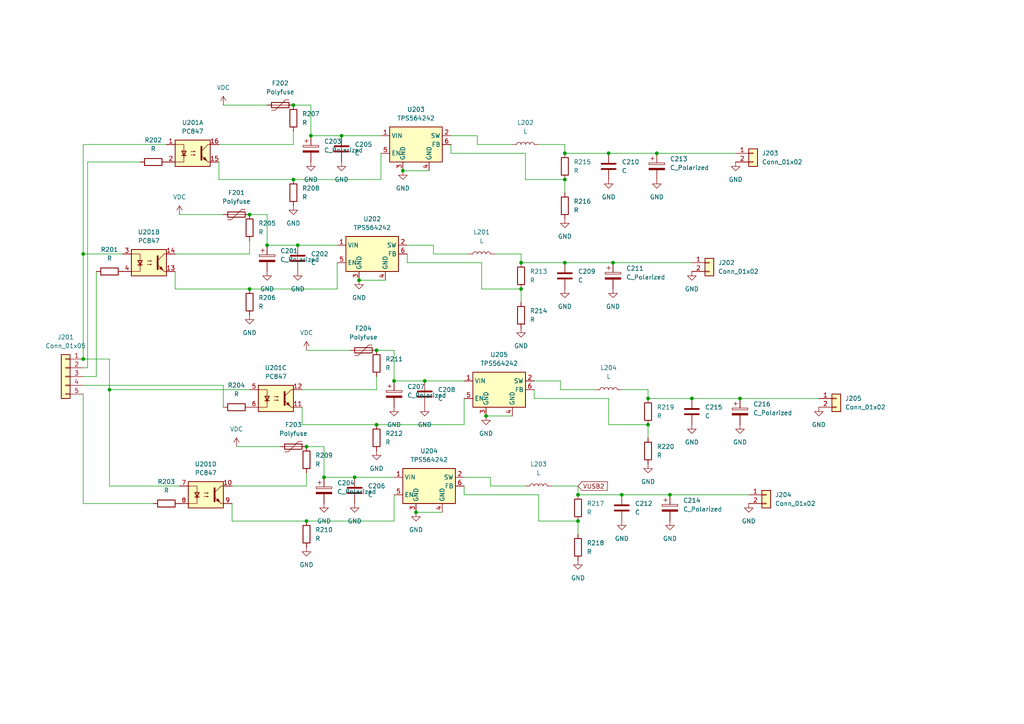
<source format=kicad_sch>
(kicad_sch (version 20211123) (generator eeschema)
  (paper "A4")
  (lib_symbols
    (symbol "Connector_Generic:Conn_01x02" (pin_names (offset 1.016) hide)
      (property "Reference" "J" (at 0 2.54 0))
      (property "Value" "Conn_01x02" (at 0 -5.08 0))
      (symbol "Conn_01x02_1_1"
        (rectangle (start -1.27 -2.413) (end 0 -2.667) (stroke (width 0.1524)))
        (rectangle (start -1.27 0.127) (end 0 -0.127) (stroke (width 0.1524)))
        (rectangle (start -1.27 1.27) (end 1.27 -3.81) (stroke (width 0.254)) (fill (type background)))
        (pin passive line (at -5.08 0 0) (length 3.81) (name "Pin_1") (number "1"))
        (pin passive line (at -5.08 -2.54 0) (length 3.81) (name "Pin_2") (number "2"))
      )
    )
    (symbol "Connector_Generic:Conn_01x05" (pin_names (offset 1.016) hide)
      (property "Reference" "J" (at 0 7.62 0))
      (property "Value" "Conn_01x05" (at 0 -7.62 0))
      (symbol "Conn_01x05_1_1"
        (rectangle (start -1.27 -4.953) (end 0 -5.207) (stroke (width 0.1524)))
        (rectangle (start -1.27 -2.413) (end 0 -2.667) (stroke (width 0.1524)))
        (rectangle (start -1.27 0.127) (end 0 -0.127) (stroke (width 0.1524)))
        (rectangle (start -1.27 2.667) (end 0 2.413) (stroke (width 0.1524)))
        (rectangle (start -1.27 5.207) (end 0 4.953) (stroke (width 0.1524)))
        (rectangle (start -1.27 6.35) (end 1.27 -6.35) (stroke (width 0.254)) (fill (type background)))
        (pin passive line (at -5.08 5.08 0) (length 3.81) (name "Pin_1") (number "1"))
        (pin passive line (at -5.08 2.54 0) (length 3.81) (name "Pin_2") (number "2"))
        (pin passive line (at -5.08 0 0) (length 3.81) (name "Pin_3") (number "3"))
        (pin passive line (at -5.08 -2.54 0) (length 3.81) (name "Pin_4") (number "4"))
        (pin passive line (at -5.08 -5.08 0) (length 3.81) (name "Pin_5") (number "5"))
      )
    )
    (symbol "Device:C" (pin_numbers hide) (pin_names (offset 0.254))
      (property "Reference" "C" (at 0.635 2.54 0))
      (property "Value" "C" (at 0.635 -2.54 0))
      (symbol "C_0_1"
        (polyline (pts (xy -2.032 -0.762) (xy 2.032 -0.762)) (stroke (width 0.508)))
        (polyline (pts (xy -2.032 0.762) (xy 2.032 0.762)) (stroke (width 0.508)))
      )
      (symbol "C_1_1"
        (pin passive line (at 0 3.81 270) (length 2.794) (name "~") (number "1"))
        (pin passive line (at 0 -3.81 90) (length 2.794) (name "~") (number "2"))
      )
    )
    (symbol "Device:C_Polarized" (pin_numbers hide) (pin_names (offset 0.254))
      (property "Reference" "C" (at 0.635 2.54 0))
      (property "Value" "C_Polarized" (at 0.635 -2.54 0))
      (symbol "C_Polarized_0_1"
        (rectangle (start -2.286 0.508) (end 2.286 1.016))
        (polyline (pts (xy -1.778 2.286) (xy -0.762 2.286)))
        (polyline (pts (xy -1.27 2.794) (xy -1.27 1.778)))
        (rectangle (start 2.286 -0.508) (end -2.286 -1.016) (fill (type outline)))
      )
      (symbol "C_Polarized_1_1"
        (pin passive line (at 0 3.81 270) (length 2.794) (name "~") (number "1"))
        (pin passive line (at 0 -3.81 90) (length 2.794) (name "~") (number "2"))
      )
    )
    (symbol "Device:L" (pin_numbers hide) (pin_names (offset 1.016) hide)
      (property "Reference" "L" (at -1.27 0 90))
      (property "Value" "L" (at 1.905 0 90))
      (symbol "L_0_1"
        (arc (start 0 -2.54) (mid 0.635 -1.905) (end 0 -1.27))
        (arc (start 0 -1.27) (mid 0.635 -0.635) (end 0 0))
        (arc (start 0 0) (mid 0.635 0.635) (end 0 1.27))
        (arc (start 0 1.27) (mid 0.635 1.905) (end 0 2.54))
      )
      (symbol "L_1_1"
        (pin passive line (at 0 3.81 270) (length 1.27) (name "1") (number "1"))
        (pin passive line (at 0 -3.81 90) (length 1.27) (name "2") (number "2"))
      )
    )
    (symbol "Device:Polyfuse" (pin_numbers hide) (pin_names (offset 0))
      (property "Reference" "F" (at -2.54 0 90))
      (property "Value" "Polyfuse" (at 2.54 0 90))
      (symbol "Polyfuse_0_1"
        (rectangle (start -0.762 2.54) (end 0.762 -2.54) (stroke (width 0.254)))
        (polyline (pts (xy 0 2.54) (xy 0 -2.54)))
        (polyline (pts (xy -1.524 2.54) (xy -1.524 1.524) (xy 1.524 -1.524) (xy 1.524 -2.54)))
      )
      (symbol "Polyfuse_1_1"
        (pin passive line (at 0 3.81 270) (length 1.27) (name "~") (number "1"))
        (pin passive line (at 0 -3.81 90) (length 1.27) (name "~") (number "2"))
      )
    )
    (symbol "Device:R" (pin_numbers hide) (pin_names (offset 0))
      (property "Reference" "R" (at 2.032 0 90))
      (property "Value" "R" (at 0 0 90))
      (symbol "R_0_1"
        (rectangle (start -1.016 -2.54) (end 1.016 2.54) (stroke (width 0.254)))
      )
      (symbol "R_1_1"
        (pin passive line (at 0 3.81 270) (length 1.27) (name "~") (number "1"))
        (pin passive line (at 0 -3.81 90) (length 1.27) (name "~") (number "2"))
      )
    )
    (symbol "Isolator:PC847" (pin_names (offset 1.016))
      (property "Reference" "U" (at -5.08 5.08 0))
      (property "Value" "PC847" (at 0 5.08 0))
      (symbol "PC847_0_1"
        (rectangle (start -5.08 3.81) (end 5.08 -3.81) (stroke (width 0.254)) (fill (type background)))
        (polyline (pts (xy -3.175 -0.635) (xy -1.905 -0.635)) (stroke (width 0.254)))
        (polyline (pts (xy 2.54 0.635) (xy 4.445 2.54)))
        (polyline (pts (xy 4.445 -2.54) (xy 2.54 -0.635)) (fill (type outline)))
        (polyline (pts (xy 4.445 -2.54) (xy 5.08 -2.54)))
        (polyline (pts (xy 4.445 2.54) (xy 5.08 2.54)))
        (polyline (pts (xy -2.54 -0.635) (xy -2.54 -2.54) (xy -5.08 -2.54)))
        (polyline (pts (xy 2.54 1.905) (xy 2.54 -1.905) (xy 2.54 -1.905)) (stroke (width 0.508)))
        (polyline (pts (xy -5.08 2.54) (xy -2.54 2.54) (xy -2.54 -1.27) (xy -2.54 0.635)))
        (polyline (pts (xy -2.54 -0.635) (xy -3.175 0.635) (xy -1.905 0.635) (xy -2.54 -0.635)) (stroke (width 0.254)))
        (polyline (pts (xy -0.508 -0.508) (xy 0.762 -0.508) (xy 0.381 -0.635) (xy 0.381 -0.381) (xy 0.762 -0.508)))
        (polyline (pts (xy -0.508 0.508) (xy 0.762 0.508) (xy 0.381 0.381) (xy 0.381 0.635) (xy 0.762 0.508)))
        (polyline (pts (xy 3.048 -1.651) (xy 3.556 -1.143) (xy 4.064 -2.159) (xy 3.048 -1.651) (xy 3.048 -1.651)) (fill (type outline)))
      )
      (symbol "PC847_1_1"
        (pin passive line (at -7.62 2.54 0) (length 2.54) (name "~") (number "1"))
        (pin passive line (at 7.62 -2.54 180) (length 2.54) (name "~") (number "15"))
        (pin passive line (at 7.62 2.54 180) (length 2.54) (name "~") (number "16"))
        (pin passive line (at -7.62 -2.54 0) (length 2.54) (name "~") (number "2"))
      )
      (symbol "PC847_2_1"
        (pin passive line (at 7.62 -2.54 180) (length 2.54) (name "~") (number "13"))
        (pin passive line (at 7.62 2.54 180) (length 2.54) (name "~") (number "14"))
        (pin passive line (at -7.62 2.54 0) (length 2.54) (name "~") (number "3"))
        (pin passive line (at -7.62 -2.54 0) (length 2.54) (name "~") (number "4"))
      )
      (symbol "PC847_3_1"
        (pin passive line (at 7.62 -2.54 180) (length 2.54) (name "~") (number "11"))
        (pin passive line (at 7.62 2.54 180) (length 2.54) (name "~") (number "12"))
        (pin passive line (at -7.62 2.54 0) (length 2.54) (name "~") (number "5"))
        (pin passive line (at -7.62 -2.54 0) (length 2.54) (name "~") (number "6"))
      )
      (symbol "PC847_4_1"
        (pin passive line (at 7.62 2.54 180) (length 2.54) (name "~") (number "10"))
        (pin passive line (at -7.62 2.54 0) (length 2.54) (name "~") (number "7"))
        (pin passive line (at -7.62 -2.54 0) (length 2.54) (name "~") (number "8"))
        (pin passive line (at 7.62 -2.54 180) (length 2.54) (name "~") (number "9"))
      )
    )
    (symbol "TPS54302_1"
      (property "Reference" "U?" (at 0 10.16 0))
      (property "Value" "TPS54302_1" (at 0 7.62 0))
      (symbol "TPS54302_1_0_1"
        (rectangle (start -7.62 5.08) (end 7.62 -5.08) (stroke (width 0.254)) (fill (type background)))
      )
      (symbol "TPS54302_1_1_1"
        (pin power_in line (at -10.16 2.54 0) (length 2.54) (name "VIN") (number "1"))
        (pin power_out line (at 10.16 2.54 180) (length 2.54) (name "SW") (number "2"))
        (pin power_in line (at -3.81 -7.62 90) (length 2.54) (name "GND") (number "3"))
        (pin power_in line (at 3.81 -7.62 90) (length 2.54) (name "GND") (number "4"))
        (pin input line (at -10.16 -2.54 0) (length 2.54) (name "EN") (number "5"))
        (pin input line (at 10.16 0 180) (length 2.54) (name "FB") (number "6"))
      )
    )
    (symbol "power:GND" (power) (pin_names (offset 0))
      (property "Value" "GND" (at 0 -3.81 0))
      (symbol "GND_0_1"
        (polyline (pts (xy 0 0) (xy 0 -1.27) (xy 1.27 -1.27) (xy 0 -2.54) (xy -1.27 -1.27) (xy 0 -1.27)))
      )
      (symbol "GND_1_1"
        (pin power_in line (at 0 0 270) (length 0) hide (name "GND") (number "1"))
      )
    )
    (symbol "power:VDC" (power) (pin_names (offset 0))
      (property "Value" "VDC" (at 0 6.35 0))
      (symbol "VDC_0_1"
        (polyline (pts (xy -0.762 1.27) (xy 0 2.54)))
        (polyline (pts (xy 0 0) (xy 0 2.54)))
        (polyline (pts (xy 0 2.54) (xy 0.762 1.27)))
      )
      (symbol "VDC_1_1"
        (pin power_in line (at 0 0 90) (length 0) hide (name "VDC") (number "1"))
      )
    )
  )
  (junction (at 214.63 115.57))
  (junction (at 88.9 151.13))
  (junction (at 120.65 148.59))
  (junction (at 116.84 49.53))
  (junction (at 85.09 52.07))
  (junction (at 102.87 138.43))
  (junction (at 99.06 39.37))
  (junction (at 151.13 83.82))
  (junction (at 109.22 123.19))
  (junction (at 163.83 52.07))
  (junction (at 163.83 44.45))
  (junction (at 176.53 44.45))
  (junction (at 187.96 115.57))
  (junction (at 190.5 44.45))
  (junction (at 109.22 101.6))
  (junction (at 151.13 76.2))
  (junction (at 24.13 104.14))
  (junction (at 85.09 30.48))
  (junction (at 187.96 123.19))
  (junction (at 90.17 39.37))
  (junction (at 31.75 113.03))
  (junction (at 140.97 120.65))
  (junction (at 123.19 110.49))
  (junction (at 72.39 62.23))
  (junction (at 24.13 73.66))
  (junction (at 88.9 129.54))
  (junction (at 77.47 71.12))
  (junction (at 72.39 83.82))
  (junction (at 114.3 110.49))
  (junction (at 163.83 76.2))
  (junction (at 104.14 81.28))
  (junction (at 177.8 76.2))
  (junction (at 93.98 138.43))
  (junction (at 86.36 71.12))
  (junction (at 200.66 115.57))
  (junction (at 167.64 151.13))
  (junction (at 167.64 143.51))
  (junction (at 194.31 143.51))
  (junction (at 180.34 143.51))
  (wire (pts (xy 52.07 140.97) (xy 31.75 140.97)))
  (wire (pts (xy 50.8 83.82) (xy 50.8 78.74)))
  (wire (pts (xy 176.53 115.57) (xy 176.53 123.19)))
  (wire (pts (xy 110.49 52.07) (xy 85.09 52.07)))
  (wire (pts (xy 190.5 44.45) (xy 213.36 44.45)))
  (wire (pts (xy 85.09 41.91) (xy 85.09 38.1)))
  (wire (pts (xy 134.62 138.43) (xy 142.24 138.43)))
  (wire (pts (xy 156.21 151.13) (xy 167.64 151.13)))
  (wire (pts (xy 156.21 143.51) (xy 156.21 151.13)))
  (wire (pts (xy 114.3 143.51) (xy 114.3 151.13)))
  (wire (pts (xy 187.96 123.19) (xy 187.96 127)))
  (wire (pts (xy 151.13 76.2) (xy 151.13 73.66)))
  (wire (pts (xy 31.75 104.14) (xy 24.13 104.14)))
  (wire (pts (xy 27.94 78.74) (xy 27.94 109.22)))
  (wire (pts (xy 176.53 123.19) (xy 187.96 123.19)))
  (wire (pts (xy 24.13 73.66) (xy 24.13 41.91)))
  (wire (pts (xy 109.22 123.19) (xy 134.62 123.19)))
  (wire (pts (xy 77.47 71.12) (xy 77.47 62.23)))
  (wire (pts (xy 167.64 143.51) (xy 167.64 140.97)))
  (wire (pts (xy 85.09 52.07) (xy 63.5 52.07)))
  (wire (pts (xy 68.58 129.54) (xy 81.28 129.54)))
  (wire (pts (xy 162.56 113.03) (xy 172.72 113.03)))
  (wire (pts (xy 88.9 101.6) (xy 101.6 101.6)))
  (wire (pts (xy 50.8 73.66) (xy 72.39 73.66)))
  (wire (pts (xy 88.9 151.13) (xy 67.31 151.13)))
  (wire (pts (xy 97.79 83.82) (xy 72.39 83.82)))
  (wire (pts (xy 102.87 138.43) (xy 114.3 138.43)))
  (wire (pts (xy 31.75 113.03) (xy 72.39 113.03)))
  (wire (pts (xy 163.83 41.91) (xy 156.21 41.91)))
  (wire (pts (xy 31.75 140.97) (xy 31.75 113.03)))
  (wire (pts (xy 123.19 110.49) (xy 134.62 110.49)))
  (wire (pts (xy 24.13 146.05) (xy 44.45 146.05)))
  (wire (pts (xy 67.31 151.13) (xy 67.31 146.05)))
  (wire (pts (xy 167.64 143.51) (xy 180.34 143.51)))
  (wire (pts (xy 25.4 46.99) (xy 25.4 106.68)))
  (wire (pts (xy 139.7 76.2) (xy 139.7 83.82)))
  (wire (pts (xy 125.73 73.66) (xy 135.89 73.66)))
  (wire (pts (xy 72.39 73.66) (xy 72.39 69.85)))
  (wire (pts (xy 154.94 115.57) (xy 176.53 115.57)))
  (wire (pts (xy 154.94 110.49) (xy 162.56 110.49)))
  (wire (pts (xy 180.34 143.51) (xy 194.31 143.51)))
  (wire (pts (xy 167.64 140.97) (xy 160.02 140.97)))
  (wire (pts (xy 152.4 52.07) (xy 163.83 52.07)))
  (wire (pts (xy 134.62 115.57) (xy 134.62 123.19)))
  (wire (pts (xy 63.5 41.91) (xy 85.09 41.91)))
  (wire (pts (xy 163.83 52.07) (xy 163.83 55.88)))
  (wire (pts (xy 67.31 140.97) (xy 88.9 140.97)))
  (wire (pts (xy 99.06 39.37) (xy 110.49 39.37)))
  (wire (pts (xy 31.75 113.03) (xy 31.75 104.14)))
  (wire (pts (xy 138.43 39.37) (xy 138.43 41.91)))
  (wire (pts (xy 86.36 71.12) (xy 97.79 71.12)))
  (wire (pts (xy 167.64 151.13) (xy 167.64 154.94)))
  (wire (pts (xy 114.3 151.13) (xy 88.9 151.13)))
  (wire (pts (xy 138.43 41.91) (xy 148.59 41.91)))
  (wire (pts (xy 90.17 39.37) (xy 90.17 30.48)))
  (wire (pts (xy 77.47 71.12) (xy 86.36 71.12)))
  (wire (pts (xy 110.49 44.45) (xy 110.49 52.07)))
  (wire (pts (xy 90.17 30.48) (xy 85.09 30.48)))
  (wire (pts (xy 87.63 123.19) (xy 87.63 118.11)))
  (wire (pts (xy 27.94 109.22) (xy 24.13 109.22)))
  (wire (pts (xy 24.13 111.76) (xy 64.77 111.76)))
  (wire (pts (xy 109.22 113.03) (xy 109.22 109.22)))
  (wire (pts (xy 104.14 81.28) (xy 111.76 81.28)))
  (wire (pts (xy 93.98 129.54) (xy 88.9 129.54)))
  (wire (pts (xy 200.66 115.57) (xy 214.63 115.57)))
  (wire (pts (xy 142.24 138.43) (xy 142.24 140.97)))
  (wire (pts (xy 151.13 76.2) (xy 163.83 76.2)))
  (wire (pts (xy 97.79 76.2) (xy 97.79 83.82)))
  (wire (pts (xy 214.63 115.57) (xy 237.49 115.57)))
  (wire (pts (xy 40.64 46.99) (xy 25.4 46.99)))
  (wire (pts (xy 24.13 104.14) (xy 24.13 73.66)))
  (wire (pts (xy 116.84 49.53) (xy 124.46 49.53)))
  (wire (pts (xy 139.7 83.82) (xy 151.13 83.82)))
  (wire (pts (xy 93.98 138.43) (xy 102.87 138.43)))
  (wire (pts (xy 64.77 30.48) (xy 77.47 30.48)))
  (wire (pts (xy 163.83 76.2) (xy 177.8 76.2)))
  (wire (pts (xy 151.13 83.82) (xy 151.13 87.63)))
  (wire (pts (xy 24.13 73.66) (xy 35.56 73.66)))
  (wire (pts (xy 118.11 73.66) (xy 118.11 76.2)))
  (wire (pts (xy 163.83 44.45) (xy 176.53 44.45)))
  (wire (pts (xy 142.24 140.97) (xy 152.4 140.97)))
  (wire (pts (xy 114.3 110.49) (xy 123.19 110.49)))
  (wire (pts (xy 130.81 39.37) (xy 138.43 39.37)))
  (wire (pts (xy 125.73 71.12) (xy 125.73 73.66)))
  (wire (pts (xy 151.13 73.66) (xy 143.51 73.66)))
  (wire (pts (xy 109.22 123.19) (xy 87.63 123.19)))
  (wire (pts (xy 63.5 52.07) (xy 63.5 46.99)))
  (wire (pts (xy 187.96 115.57) (xy 200.66 115.57)))
  (wire (pts (xy 130.81 44.45) (xy 152.4 44.45)))
  (wire (pts (xy 114.3 101.6) (xy 109.22 101.6)))
  (wire (pts (xy 187.96 113.03) (xy 180.34 113.03)))
  (wire (pts (xy 134.62 140.97) (xy 134.62 143.51)))
  (wire (pts (xy 25.4 106.68) (xy 24.13 106.68)))
  (wire (pts (xy 118.11 76.2) (xy 139.7 76.2)))
  (wire (pts (xy 72.39 83.82) (xy 50.8 83.82)))
  (wire (pts (xy 88.9 140.97) (xy 88.9 137.16)))
  (wire (pts (xy 77.47 62.23) (xy 72.39 62.23)))
  (wire (pts (xy 134.62 143.51) (xy 156.21 143.51)))
  (wire (pts (xy 114.3 110.49) (xy 114.3 101.6)))
  (wire (pts (xy 120.65 148.59) (xy 128.27 148.59)))
  (wire (pts (xy 64.77 111.76) (xy 64.77 118.11)))
  (wire (pts (xy 140.97 120.65) (xy 148.59 120.65)))
  (wire (pts (xy 52.07 62.23) (xy 64.77 62.23)))
  (wire (pts (xy 162.56 110.49) (xy 162.56 113.03)))
  (wire (pts (xy 24.13 114.3) (xy 24.13 146.05)))
  (wire (pts (xy 118.11 71.12) (xy 125.73 71.12)))
  (wire (pts (xy 130.81 41.91) (xy 130.81 44.45)))
  (wire (pts (xy 154.94 113.03) (xy 154.94 115.57)))
  (wire (pts (xy 93.98 138.43) (xy 93.98 129.54)))
  (wire (pts (xy 152.4 44.45) (xy 152.4 52.07)))
  (wire (pts (xy 187.96 115.57) (xy 187.96 113.03)))
  (wire (pts (xy 90.17 39.37) (xy 99.06 39.37)))
  (wire (pts (xy 194.31 143.51) (xy 217.17 143.51)))
  (wire (pts (xy 177.8 76.2) (xy 200.66 76.2)))
  (wire (pts (xy 163.83 44.45) (xy 163.83 41.91)))
  (wire (pts (xy 176.53 44.45) (xy 190.5 44.45)))
  (wire (pts (xy 87.63 113.03) (xy 109.22 113.03)))
  (wire (pts (xy 24.13 41.91) (xy 48.26 41.91)))
  (global_label "VUSB2" (shape input) (at 167.64 140.97 0) (property "Intersheet References" "${INTERSHEET_REFS}" (effects hide)))
  (symbol (lib_id "Device:C") (at 180.34 147.32 0) (unit 1)
    (property "Reference" "C212" (at 184.15 146.0499 0) (effects (justify left)))
    (property "Value" "C" (at 184.15 148.5899 0) (effects (justify left)))
    (property "Footprint" "Capacitor_SMD:C_0805_2012Metric" (effects hide))
  )
  (symbol (lib_id "power:VDC") (at 64.77 30.48 0) (unit 1)
    (property "Reference" "#PWR0132" (effects hide))
    (property "Value" "VDC" (at 64.77 25.4 0))
  )
  (symbol (lib_name "TPS54302_1") (lib_id "Regulator_Switching:TPS54302") (at 120.65 41.91 0) (unit 1)
    (property "Reference" "U203" (at 120.65 31.75 0))
    (property "Value" "TPS564242" (at 120.65 34.29 0))
    (property "Footprint" "Library:SOT-563_smallpads" (effects hide))
    (property "Datasheet" "http://www.ti.com/lit/ds/symlink/tps54302.pdf" (effects hide))
  )
  (symbol (lib_id "Device:C_Polarized") (at 177.8 80.01 0) (unit 1)
    (property "Reference" "C211" (at 181.61 77.8509 0) (effects (justify left)))
    (property "Value" "C_Polarized" (at 181.61 80.3909 0) (effects (justify left)))
    (property "Footprint" "Capacitor_THT:CP_Radial_D8.0mm_P3.50mm" (effects hide))
  )
  (symbol (lib_id "Connector_Generic:Conn_01x02") (at 242.57 115.57 0) (unit 1)
    (property "Reference" "J205" (at 245.11 115.5699 0) (effects (justify left)))
    (property "Value" "Conn_01x02" (at 245.11 118.1099 0) (effects (justify left)))
    (property "Footprint" "TerminalBlock:TerminalBlock_bornier-2_P5.08mm" (effects hide))
  )
  (symbol (lib_id "Device:Polyfuse") (at 85.09 129.54 90) (unit 1)
    (property "Reference" "F203" (at 85.09 123.19 90))
    (property "Value" "Polyfuse" (at 85.09 125.73 90))
    (property "Footprint" "Fuse:Fuse_Bourns_MF-RG800" (effects hide))
  )
  (symbol (lib_id "power:GND") (at 85.09 59.69 0) (unit 1)
    (property "Reference" "#PWR0133" (effects hide))
    (property "Value" "GND" (at 85.09 64.77 0))
  )
  (symbol (lib_id "Device:C_Polarized") (at 194.31 147.32 0) (unit 1)
    (property "Reference" "C214" (at 198.12 145.1609 0) (effects (justify left)))
    (property "Value" "C_Polarized" (at 198.12 147.7009 0) (effects (justify left)))
    (property "Footprint" "Capacitor_THT:CP_Radial_D8.0mm_P3.50mm" (effects hide))
  )
  (symbol (lib_name "TPS54302_1") (lib_id "Regulator_Switching:TPS54302") (at 107.95 73.66 0) (unit 1)
    (property "Reference" "U202" (at 107.95 63.5 0))
    (property "Value" "TPS564242" (at 107.95 66.04 0))
    (property "Footprint" "Library:SOT-563_smallpads" (effects hide))
    (property "Datasheet" "http://www.ti.com/lit/ds/symlink/tps54302.pdf" (effects hide))
  )
  (symbol (lib_id "Device:R") (at 85.09 34.29 0) (unit 1)
    (property "Reference" "R207" (at 87.63 33.0199 0) (effects (justify left)))
    (property "Value" "R" (at 87.63 35.5599 0) (effects (justify left)))
    (property "Footprint" "Resistor_SMD:R_0603_1608Metric" (effects hide))
  )
  (symbol (lib_id "Device:Polyfuse") (at 105.41 101.6 90) (unit 1)
    (property "Reference" "F204" (at 105.41 95.25 90))
    (property "Value" "Polyfuse" (at 105.41 97.79 90))
    (property "Footprint" "Fuse:Fuse_Bourns_MF-RG800" (effects hide))
  )
  (symbol (lib_id "power:GND") (at 86.36 78.74 0) (unit 1)
    (property "Reference" "#PWR0136" (effects hide))
    (property "Value" "GND" (at 86.36 83.82 0))
  )
  (symbol (lib_id "Device:R") (at 163.83 59.69 0) (unit 1)
    (property "Reference" "R216" (at 166.37 58.4199 0) (effects (justify left)))
    (property "Value" "R" (at 166.37 60.9599 0) (effects (justify left)))
    (property "Footprint" "Resistor_SMD:R_0603_1608Metric" (effects hide))
  )
  (symbol (lib_id "Device:R") (at 167.64 158.75 0) (unit 1)
    (property "Reference" "R218" (at 170.18 157.4799 0) (effects (justify left)))
    (property "Value" "R" (at 170.18 160.0199 0) (effects (justify left)))
    (property "Footprint" "Resistor_SMD:R_0603_1608Metric" (effects hide))
  )
  (symbol (lib_id "Device:Polyfuse") (at 68.58 62.23 90) (unit 1)
    (property "Reference" "F201" (at 68.58 55.88 90))
    (property "Value" "Polyfuse" (at 68.58 58.42 90))
    (property "Footprint" "Fuse:Fuse_Bourns_MF-RG800" (effects hide))
  )
  (symbol (lib_id "power:GND") (at 237.49 118.11 0) (unit 1)
    (property "Reference" "#PWR0119" (effects hide))
    (property "Value" "GND" (at 237.49 123.19 0))
  )
  (symbol (lib_id "Device:R") (at 48.26 146.05 90) (unit 1)
    (property "Reference" "R203" (at 48.26 139.7 90))
    (property "Value" "R" (at 48.26 142.24 90))
    (property "Footprint" "Resistor_SMD:R_0603_1608Metric" (effects hide))
  )
  (symbol (lib_id "power:GND") (at 123.19 118.11 0) (unit 1)
    (property "Reference" "#PWR0114" (effects hide))
    (property "Value" "GND" (at 123.19 123.19 0))
  )
  (symbol (lib_id "Device:R") (at 151.13 91.44 0) (unit 1)
    (property "Reference" "R214" (at 153.67 90.1699 0) (effects (justify left)))
    (property "Value" "R" (at 153.67 92.7099 0) (effects (justify left)))
    (property "Footprint" "Resistor_SMD:R_0603_1608Metric" (effects hide))
  )
  (symbol (lib_id "power:GND") (at 151.13 95.25 0) (unit 1)
    (property "Reference" "#PWR0116" (effects hide))
    (property "Value" "GND" (at 151.13 100.33 0))
  )
  (symbol (lib_id "power:GND") (at 176.53 52.07 0) (unit 1)
    (property "Reference" "#PWR0121" (effects hide))
    (property "Value" "GND" (at 176.53 57.15 0))
  )
  (symbol (lib_id "Device:R") (at 167.64 147.32 0) (unit 1)
    (property "Reference" "R217" (at 170.18 146.0499 0) (effects (justify left)))
    (property "Value" "R" (at 170.18 148.5899 0) (effects (justify left)))
    (property "Footprint" "Resistor_SMD:R_0603_1608Metric" (effects hide))
  )
  (symbol (lib_id "Device:L") (at 152.4 41.91 90) (unit 1)
    (property "Reference" "L202" (at 152.4 35.56 90))
    (property "Value" "L" (at 152.4 38.1 90))
    (property "Footprint" "Inductor_THT:L_Radial_D10.0mm_P5.00mm_Fastron_07M" (effects hide))
  )
  (symbol (lib_id "Device:C") (at 102.87 142.24 0) (unit 1)
    (property "Reference" "C206" (at 106.68 140.9699 0) (effects (justify left)))
    (property "Value" "C" (at 106.68 143.5099 0) (effects (justify left)))
    (property "Footprint" "Capacitor_SMD:C_0805_2012Metric" (effects hide))
  )
  (symbol (lib_id "power:GND") (at 177.8 83.82 0) (unit 1)
    (property "Reference" "#PWR0124" (effects hide))
    (property "Value" "GND" (at 177.8 88.9 0))
  )
  (symbol (lib_id "Device:L") (at 156.21 140.97 90) (unit 1)
    (property "Reference" "L203" (at 156.21 134.62 90))
    (property "Value" "L" (at 156.21 137.16 90))
    (property "Footprint" "Inductor_THT:L_Radial_D10.0mm_P5.00mm_Fastron_07M" (effects hide))
  )
  (symbol (lib_id "power:GND") (at 200.66 78.74 0) (unit 1)
    (property "Reference" "#PWR0120" (effects hide))
    (property "Value" "GND" (at 200.66 83.82 0))
  )
  (symbol (lib_id "Device:C_Polarized") (at 114.3 114.3 0) (unit 1)
    (property "Reference" "C207" (at 118.11 112.1409 0) (effects (justify left)))
    (property "Value" "C_Polarized" (at 118.11 114.6809 0) (effects (justify left)))
    (property "Footprint" "Capacitor_THT:CP_Radial_D8.0mm_P3.50mm" (effects hide))
  )
  (symbol (lib_id "Device:R") (at 109.22 105.41 0) (unit 1)
    (property "Reference" "R211" (at 111.76 104.1399 0) (effects (justify left)))
    (property "Value" "R" (at 111.76 106.6799 0) (effects (justify left)))
    (property "Footprint" "Resistor_SMD:R_0603_1608Metric" (effects hide))
  )
  (symbol (lib_id "Device:R") (at 88.9 133.35 0) (unit 1)
    (property "Reference" "R209" (at 91.44 132.0799 0) (effects (justify left)))
    (property "Value" "R" (at 91.44 134.6199 0) (effects (justify left)))
    (property "Footprint" "Resistor_SMD:R_0603_1608Metric" (effects hide))
  )
  (symbol (lib_id "Device:R") (at 68.58 118.11 90) (unit 1)
    (property "Reference" "R204" (at 68.58 111.76 90))
    (property "Value" "R" (at 68.58 114.3 90))
    (property "Footprint" "Resistor_SMD:R_0603_1608Metric" (effects hide))
  )
  (symbol (lib_id "Device:C_Polarized") (at 77.47 74.93 0) (unit 1)
    (property "Reference" "C201" (at 81.28 72.7709 0) (effects (justify left)))
    (property "Value" "C_Polarized" (at 81.28 75.3109 0) (effects (justify left)))
    (property "Footprint" "Capacitor_THT:CP_Radial_D8.0mm_P3.50mm" (effects hide))
  )
  (symbol (lib_id "Device:R") (at 151.13 80.01 0) (unit 1)
    (property "Reference" "R213" (at 153.67 78.7399 0) (effects (justify left)))
    (property "Value" "R" (at 153.67 81.2799 0) (effects (justify left)))
    (property "Footprint" "Resistor_SMD:R_0603_1608Metric" (effects hide))
  )
  (symbol (lib_id "Device:C") (at 176.53 48.26 0) (unit 1)
    (property "Reference" "C210" (at 180.34 46.9899 0) (effects (justify left)))
    (property "Value" "C" (at 180.34 49.5299 0) (effects (justify left)))
    (property "Footprint" "Capacitor_SMD:C_0805_2012Metric" (effects hide))
  )
  (symbol (lib_id "power:GND") (at 93.98 146.05 0) (unit 1)
    (property "Reference" "#PWR0105" (effects hide))
    (property "Value" "GND" (at 93.98 151.13 0))
  )
  (symbol (lib_id "Device:R") (at 72.39 66.04 0) (unit 1)
    (property "Reference" "R205" (at 74.93 64.7699 0) (effects (justify left)))
    (property "Value" "R" (at 74.93 67.3099 0) (effects (justify left)))
    (property "Footprint" "Resistor_SMD:R_0603_1608Metric" (effects hide))
  )
  (symbol (lib_id "power:GND") (at 163.83 63.5 0) (unit 1)
    (property "Reference" "#PWR0122" (effects hide))
    (property "Value" "GND" (at 163.83 68.58 0))
  )
  (symbol (lib_id "power:GND") (at 190.5 52.07 0) (unit 1)
    (property "Reference" "#PWR0117" (effects hide))
    (property "Value" "GND" (at 190.5 57.15 0))
  )
  (symbol (lib_id "Device:R") (at 44.45 46.99 90) (unit 1)
    (property "Reference" "R202" (at 44.45 40.64 90))
    (property "Value" "R" (at 44.45 43.18 90))
    (property "Footprint" "Resistor_SMD:R_0603_1608Metric" (effects hide))
  )
  (symbol (lib_id "Device:R") (at 88.9 154.94 0) (unit 1)
    (property "Reference" "R210" (at 91.44 153.6699 0) (effects (justify left)))
    (property "Value" "R" (at 91.44 156.2099 0) (effects (justify left)))
    (property "Footprint" "Resistor_SMD:R_0603_1608Metric" (effects hide))
  )
  (symbol (lib_id "Device:C_Polarized") (at 190.5 48.26 0) (unit 1)
    (property "Reference" "C213" (at 194.31 46.1009 0) (effects (justify left)))
    (property "Value" "C_Polarized" (at 194.31 48.6409 0) (effects (justify left)))
    (property "Footprint" "Capacitor_THT:CP_Radial_D8.0mm_P3.50mm" (effects hide))
  )
  (symbol (lib_id "Device:C_Polarized") (at 90.17 43.18 0) (unit 1)
    (property "Reference" "C203" (at 93.98 41.0209 0) (effects (justify left)))
    (property "Value" "C_Polarized" (at 93.98 43.5609 0) (effects (justify left)))
    (property "Footprint" "Capacitor_THT:CP_Radial_D8.0mm_P3.50mm" (effects hide))
  )
  (symbol (lib_id "Device:R") (at 85.09 55.88 0) (unit 1)
    (property "Reference" "R208" (at 87.63 54.6099 0) (effects (justify left)))
    (property "Value" "R" (at 87.63 57.1499 0) (effects (justify left)))
    (property "Footprint" "Resistor_SMD:R_0603_1608Metric" (effects hide))
  )
  (symbol (lib_id "power:GND") (at 140.97 120.65 0) (unit 1)
    (property "Reference" "#PWR0112" (effects hide))
    (property "Value" "GND" (at 140.97 125.73 0))
  )
  (symbol (lib_id "power:GND") (at 104.14 81.28 0) (unit 1)
    (property "Reference" "#PWR0107" (effects hide))
    (property "Value" "GND" (at 104.14 86.36 0))
  )
  (symbol (lib_id "power:GND") (at 109.22 130.81 0) (unit 1)
    (property "Reference" "#PWR0108" (effects hide))
    (property "Value" "GND" (at 109.22 135.89 0))
  )
  (symbol (lib_id "power:GND") (at 99.06 46.99 0) (unit 1)
    (property "Reference" "#PWR0135" (effects hide))
    (property "Value" "GND" (at 99.06 52.07 0))
  )
  (symbol (lib_name "TPS54302_1") (lib_id "Regulator_Switching:TPS54302") (at 124.46 140.97 0) (unit 1)
    (property "Reference" "U204" (at 124.46 130.81 0))
    (property "Value" "TPS564242" (at 124.46 133.35 0))
    (property "Footprint" "Library:SOT-563_smallpads" (effects hide))
    (property "Datasheet" "http://www.ti.com/lit/ds/symlink/tps54302.pdf" (effects hide))
  )
  (symbol (lib_id "power:GND") (at 217.17 146.05 0) (unit 1)
    (property "Reference" "#PWR0129" (effects hide))
    (property "Value" "GND" (at 217.17 151.13 0))
  )
  (symbol (lib_id "Device:L") (at 176.53 113.03 90) (unit 1)
    (property "Reference" "L204" (at 176.53 106.68 90))
    (property "Value" "L" (at 176.53 109.22 90))
    (property "Footprint" "Inductor_THT:L_Radial_D10.0mm_P5.00mm_Fastron_07M" (effects hide))
  )
  (symbol (lib_id "power:GND") (at 214.63 123.19 0) (unit 1)
    (property "Reference" "#PWR0130" (effects hide))
    (property "Value" "GND" (at 214.63 128.27 0))
  )
  (symbol (lib_id "power:VDC") (at 52.07 62.23 0) (unit 1)
    (property "Reference" "#PWR0111" (effects hide))
    (property "Value" "VDC" (at 52.07 57.15 0))
  )
  (symbol (lib_id "power:GND") (at 77.47 78.74 0) (unit 1)
    (property "Reference" "#PWR0137" (effects hide))
    (property "Value" "GND" (at 77.47 83.82 0))
  )
  (symbol (lib_id "power:VDC") (at 68.58 129.54 0) (unit 1)
    (property "Reference" "#PWR0138" (effects hide))
    (property "Value" "VDC" (at 68.58 124.46 0))
  )
  (symbol (lib_id "power:GND") (at 163.83 83.82 0) (unit 1)
    (property "Reference" "#PWR0123" (effects hide))
    (property "Value" "GND" (at 163.83 88.9 0))
  )
  (symbol (lib_id "power:GND") (at 194.31 151.13 0) (unit 1)
    (property "Reference" "#PWR0127" (effects hide))
    (property "Value" "GND" (at 194.31 156.21 0))
  )
  (symbol (lib_id "Device:R") (at 187.96 119.38 0) (unit 1)
    (property "Reference" "R219" (at 190.5 118.1099 0) (effects (justify left)))
    (property "Value" "R" (at 190.5 120.6499 0) (effects (justify left)))
    (property "Footprint" "Resistor_SMD:R_0603_1608Metric" (effects hide))
  )
  (symbol (lib_id "Isolator:PC847") (at 80.01 115.57 0) (unit 3)
    (property "Reference" "U201" (at 80.01 106.68 0))
    (property "Value" "PC847" (at 80.01 109.22 0))
    (property "Footprint" "Package_DIP:DIP-16_W7.62mm" (effects hide))
    (property "Datasheet" "http://www.soselectronic.cz/a_info/resource/d/pc817.pdf" (effects hide))
  )
  (symbol (lib_id "Isolator:PC847") (at 59.69 143.51 0) (unit 4)
    (property "Reference" "U201" (at 59.69 134.62 0))
    (property "Value" "PC847" (at 59.69 137.16 0))
    (property "Footprint" "Package_DIP:DIP-16_W7.62mm" (effects hide))
    (property "Datasheet" "http://www.soselectronic.cz/a_info/resource/d/pc817.pdf" (effects hide))
  )
  (symbol (lib_id "Device:C") (at 123.19 114.3 0) (unit 1)
    (property "Reference" "C208" (at 127 113.0299 0) (effects (justify left)))
    (property "Value" "C" (at 127 115.5699 0) (effects (justify left)))
    (property "Footprint" "Capacitor_SMD:C_0805_2012Metric" (effects hide))
  )
  (symbol (lib_id "power:GND") (at 187.96 134.62 0) (unit 1)
    (property "Reference" "#PWR0126" (effects hide))
    (property "Value" "GND" (at 187.96 139.7 0))
  )
  (symbol (lib_id "power:GND") (at 167.64 162.56 0) (unit 1)
    (property "Reference" "#PWR0125" (effects hide))
    (property "Value" "GND" (at 167.64 167.64 0))
  )
  (symbol (lib_id "Device:R") (at 109.22 127 0) (unit 1)
    (property "Reference" "R212" (at 111.76 125.7299 0) (effects (justify left)))
    (property "Value" "R" (at 111.76 128.2699 0) (effects (justify left)))
    (property "Footprint" "Resistor_SMD:R_0603_1608Metric" (effects hide))
  )
  (symbol (lib_id "Connector_Generic:Conn_01x02") (at 218.44 44.45 0) (unit 1)
    (property "Reference" "J203" (at 220.98 44.4499 0) (effects (justify left)))
    (property "Value" "Conn_01x02" (at 220.98 46.9899 0) (effects (justify left)))
    (property "Footprint" "TerminalBlock:TerminalBlock_bornier-2_P5.08mm" (effects hide))
  )
  (symbol (lib_id "Device:R") (at 163.83 48.26 0) (unit 1)
    (property "Reference" "R215" (at 166.37 46.9899 0) (effects (justify left)))
    (property "Value" "R" (at 166.37 49.5299 0) (effects (justify left)))
    (property "Footprint" "Resistor_SMD:R_0603_1608Metric" (effects hide))
  )
  (symbol (lib_id "power:GND") (at 90.17 46.99 0) (unit 1)
    (property "Reference" "#PWR0134" (effects hide))
    (property "Value" "GND" (at 90.17 52.07 0))
  )
  (symbol (lib_id "Connector_Generic:Conn_01x02") (at 222.25 143.51 0) (unit 1)
    (property "Reference" "J204" (at 224.79 143.5099 0) (effects (justify left)))
    (property "Value" "Conn_01x02" (at 224.79 146.0499 0) (effects (justify left)))
    (property "Footprint" "TerminalBlock:TerminalBlock_bornier-2_P5.08mm" (effects hide))
  )
  (symbol (lib_name "TPS54302_1") (lib_id "Regulator_Switching:TPS54302") (at 144.78 113.03 0) (unit 1)
    (property "Reference" "U205" (at 144.78 102.87 0))
    (property "Value" "TPS564242" (at 144.78 105.41 0))
    (property "Footprint" "Library:SOT-563_smallpads" (effects hide))
    (property "Datasheet" "http://www.ti.com/lit/ds/symlink/tps54302.pdf" (effects hide))
  )
  (symbol (lib_id "power:GND") (at 102.87 146.05 0) (unit 1)
    (property "Reference" "#PWR0106" (effects hide))
    (property "Value" "GND" (at 102.87 151.13 0))
  )
  (symbol (lib_id "power:GND") (at 88.9 158.75 0) (unit 1)
    (property "Reference" "#PWR0139" (effects hide))
    (property "Value" "GND" (at 88.9 163.83 0))
  )
  (symbol (lib_id "power:GND") (at 180.34 151.13 0) (unit 1)
    (property "Reference" "#PWR0128" (effects hide))
    (property "Value" "GND" (at 180.34 156.21 0))
  )
  (symbol (lib_id "power:GND") (at 116.84 49.53 0) (unit 1)
    (property "Reference" "#PWR0109" (effects hide))
    (property "Value" "GND" (at 116.84 54.61 0))
  )
  (symbol (lib_id "Device:C") (at 99.06 43.18 0) (unit 1)
    (property "Reference" "C205" (at 102.87 41.9099 0) (effects (justify left)))
    (property "Value" "C" (at 102.87 44.4499 0) (effects (justify left)))
    (property "Footprint" "Capacitor_SMD:C_0805_2012Metric" (effects hide))
  )
  (symbol (lib_id "Isolator:PC847") (at 55.88 44.45 0) (unit 1)
    (property "Reference" "U201" (at 55.88 35.56 0))
    (property "Value" "PC847" (at 55.88 38.1 0))
    (property "Footprint" "Package_DIP:DIP-16_W7.62mm" (effects hide))
    (property "Datasheet" "http://www.soselectronic.cz/a_info/resource/d/pc817.pdf" (effects hide))
  )
  (symbol (lib_id "power:GND") (at 114.3 118.11 0) (unit 1)
    (property "Reference" "#PWR0115" (effects hide))
    (property "Value" "GND" (at 114.3 123.19 0))
  )
  (symbol (lib_id "Device:L") (at 139.7 73.66 90) (unit 1)
    (property "Reference" "L201" (at 139.7 67.31 90))
    (property "Value" "L" (at 139.7 69.85 90))
    (property "Footprint" "Inductor_THT:L_Radial_D10.0mm_P5.00mm_Fastron_07M" (effects hide))
  )
  (symbol (lib_id "Isolator:PC847") (at 43.18 76.2 0) (unit 2)
    (property "Reference" "U201" (at 43.18 67.31 0))
    (property "Value" "PC847" (at 43.18 69.85 0))
    (property "Footprint" "Package_DIP:DIP-16_W7.62mm" (effects hide))
    (property "Datasheet" "http://www.soselectronic.cz/a_info/resource/d/pc817.pdf" (effects hide))
  )
  (symbol (lib_id "power:GND") (at 200.66 123.19 0) (unit 1)
    (property "Reference" "#PWR0131" (effects hide))
    (property "Value" "GND" (at 200.66 128.27 0))
  )
  (symbol (lib_id "power:GND") (at 72.39 91.44 0) (unit 1)
    (property "Reference" "#PWR0110" (effects hide))
    (property "Value" "GND" (at 72.39 96.52 0))
  )
  (symbol (lib_id "Connector_Generic:Conn_01x02") (at 205.74 76.2 0) (unit 1)
    (property "Reference" "J202" (at 208.28 76.1999 0) (effects (justify left)))
    (property "Value" "Conn_01x02" (at 208.28 78.7399 0) (effects (justify left)))
    (property "Footprint" "TerminalBlock:TerminalBlock_bornier-2_P5.08mm" (effects hide))
  )
  (symbol (lib_id "Device:C_Polarized") (at 93.98 142.24 0) (unit 1)
    (property "Reference" "C204" (at 97.79 140.0809 0) (effects (justify left)))
    (property "Value" "C_Polarized" (at 97.79 142.6209 0) (effects (justify left)))
    (property "Footprint" "Capacitor_THT:CP_Radial_D8.0mm_P3.50mm" (effects hide))
  )
  (symbol (lib_id "Device:R") (at 187.96 130.81 0) (unit 1)
    (property "Reference" "R220" (at 190.5 129.5399 0) (effects (justify left)))
    (property "Value" "R" (at 190.5 132.0799 0) (effects (justify left)))
    (property "Footprint" "Resistor_SMD:R_0603_1608Metric" (effects hide))
  )
  (symbol (lib_id "power:VDC") (at 88.9 101.6 0) (unit 1)
    (property "Reference" "#PWR0104" (effects hide))
    (property "Value" "VDC" (at 88.9 96.52 0))
  )
  (symbol (lib_id "Device:C") (at 163.83 80.01 0) (unit 1)
    (property "Reference" "C209" (at 167.64 78.7399 0) (effects (justify left)))
    (property "Value" "C" (at 167.64 81.2799 0) (effects (justify left)))
    (property "Footprint" "Capacitor_SMD:C_0805_2012Metric" (effects hide))
  )
  (symbol (lib_id "Device:R") (at 72.39 87.63 0) (unit 1)
    (property "Reference" "R206" (at 74.93 86.3599 0) (effects (justify left)))
    (property "Value" "R" (at 74.93 88.8999 0) (effects (justify left)))
    (property "Footprint" "Resistor_SMD:R_0603_1608Metric" (effects hide))
  )
  (symbol (lib_id "Connector_Generic:Conn_01x05") (at 19.05 109.22 0) (mirror y) (unit 1)
    (property "Reference" "J201" (at 19.05 97.79 0))
    (property "Value" "Conn_01x05" (at 19.05 100.33 0))
    (property "Footprint" "Connector_PinHeader_2.54mm:PinHeader_1x05_P2.54mm_Vertical" (effects hide))
  )
  (symbol (lib_id "Device:C") (at 86.36 74.93 0) (unit 1)
    (property "Reference" "C202" (at 90.17 73.6599 0) (effects (justify left)))
    (property "Value" "C" (at 90.17 76.1999 0) (effects (justify left)))
    (property "Footprint" "Capacitor_SMD:C_0805_2012Metric" (effects hide))
  )
  (symbol (lib_id "Device:R") (at 31.75 78.74 90) (unit 1)
    (property "Reference" "R201" (at 31.75 72.39 90))
    (property "Value" "R" (at 31.75 74.93 90))
    (property "Footprint" "Resistor_SMD:R_0603_1608Metric" (effects hide))
  )
  (symbol (lib_id "Device:C_Polarized") (at 214.63 119.38 0) (unit 1)
    (property "Reference" "C216" (at 218.44 117.2209 0) (effects (justify left)))
    (property "Value" "C_Polarized" (at 218.44 119.7609 0) (effects (justify left)))
    (property "Footprint" "Capacitor_THT:CP_Radial_D8.0mm_P3.50mm" (effects hide))
  )
  (symbol (lib_id "power:GND") (at 213.36 46.99 0) (unit 1)
    (property "Reference" "#PWR0118" (effects hide))
    (property "Value" "GND" (at 213.36 52.07 0))
  )
  (symbol (lib_id "Device:Polyfuse") (at 81.28 30.48 90) (unit 1)
    (property "Reference" "F202" (at 81.28 24.13 90))
    (property "Value" "Polyfuse" (at 81.28 26.67 90))
    (property "Footprint" "Fuse:Fuse_Bourns_MF-RG800" (effects hide))
  )
  (symbol (lib_id "Device:C") (at 200.66 119.38 0) (unit 1)
    (property "Reference" "C215" (at 204.47 118.1099 0) (effects (justify left)))
    (property "Value" "C" (at 204.47 120.6499 0) (effects (justify left)))
    (property "Footprint" "Capacitor_SMD:C_0805_2012Metric" (effects hide))
  )
  (symbol (lib_id "power:GND") (at 120.65 148.59 0) (unit 1)
    (property "Reference" "#PWR0113" (effects hide))
    (property "Value" "GND" (at 120.65 153.67 0))
  )
)
</source>
